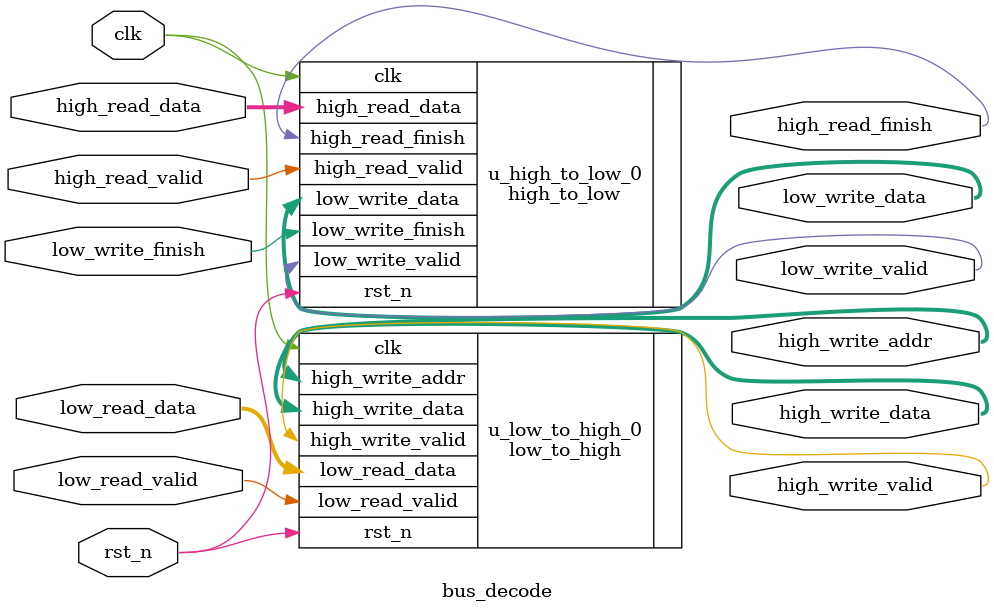
<source format=v>
module bus_decode #(
	parameter BRUST_SIZE_LOG = 2,
	parameter ADDR_WIDTH = 16,
	parameter LOW_DATA_WIDTH = 8
) (
	input clk,
	input rst_n,

	// port from low width bus
	input [LOW_DATA_WIDTH - 1:0]low_read_data,
	input low_read_valid,
	// port to low width bus
	output low_write_valid,
	output [LOW_DATA_WIDTH - 1:0]low_write_data,
	input low_write_finish,

	// port from high width bus
	input [LOW_DATA_WIDTH * (2 ** BRUST_SIZE_LOG) - 1:0]high_read_data,
	output high_read_finish,
	input high_read_valid,
	// port to high width bus
	output [LOW_DATA_WIDTH * (2 ** BRUST_SIZE_LOG) - 1:0]high_write_data,
	output [ADDR_WIDTH - 1:0]high_write_addr,
	output high_write_valid
);



high_to_low #(
	.BRUST_SIZE_LOG(BRUST_SIZE_LOG),
	.LOW_DATA_WIDTH(LOW_DATA_WIDTH)
) u_high_to_low_0 (
	.clk             (clk),
	.rst_n           (rst_n),
	.high_read_data  (high_read_data),
	.high_read_valid (high_read_valid),
	.high_read_finish(high_read_finish),
	.low_write_valid (low_write_valid),
	.low_write_finish(low_write_finish),
	.low_write_data  (low_write_data)
);

low_to_high #(
	.BRUST_SIZE_LOG(BRUST_SIZE_LOG),
	.ADDR_WIDTH    (ADDR_WIDTH),
	.LOW_DATA_WIDTH(LOW_DATA_WIDTH)
) u_low_to_high_0 (
	.clk             (clk),
	.rst_n           (rst_n),
	.low_read_valid  (low_read_valid),
	.low_read_data   (low_read_data),
	.high_write_addr (high_write_addr),
	.high_write_data (high_write_data),
	.high_write_valid(high_write_valid)
);

endmodule

</source>
